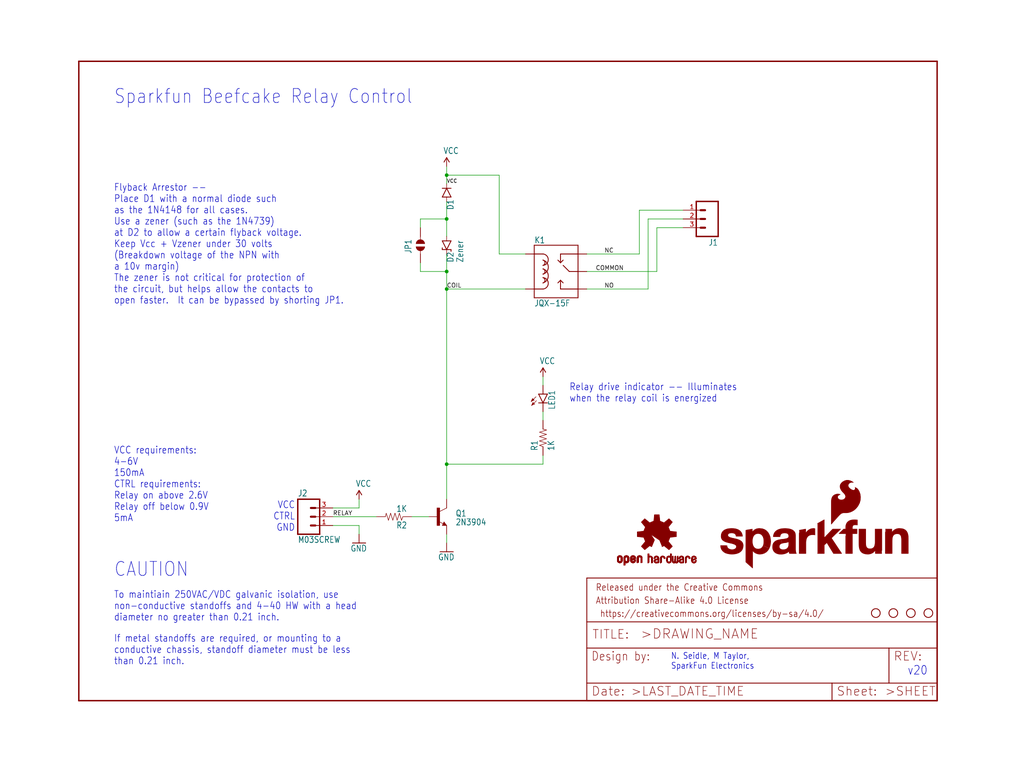
<source format=kicad_sch>
(kicad_sch (version 20211123) (generator eeschema)
  (paper "User" 297.002 223.926)
  (lib_symbols
    (symbol "eagleSchem-eagle-import:1KOHM-1{slash}4W-1%(PTH)HORIZ-KIT"
      (property "Reference" "R" (at -3.81 1.4986 0))
      (property "Value" "1KOHM-1{slash}4W-1%(PTH)HORIZ-KIT" (at -3.81 -3.302 0))
      (symbol "1KOHM-1{slash}4W-1%(PTH)HORIZ-KIT_1_0"
        (pin passive line (at -5.08 0 0) (length 2.54) (name "1") (number "P$1"))
        (pin passive line (at 5.08 0 180) (length 2.54) (name "2") (number "P$2"))
      )
    )
    (symbol "eagleSchem-eagle-import:DIODE-ZENER"
      (property "Reference" "D" (at 2.54 0.4826 0))
      (property "Value" "DIODE-ZENER" (at 2.54 -2.3114 0))
      (symbol "DIODE-ZENER_1_0"
        (pin passive line (at -2.54 0 0) (length 0) (name "A") (number "A"))
        (pin passive line (at 2.54 0 180) (length 0) (name "C") (number "C"))
      )
    )
    (symbol "eagleSchem-eagle-import:DIODEKIT"
      (property "Reference" "D" (at 2.54 0.4826 0))
      (property "Value" "DIODEKIT" (at 2.54 -2.3114 0))
      (symbol "DIODEKIT_1_0"
        (pin passive line (at -2.54 0 0) (length 0) (name "A") (number "A"))
        (pin passive line (at 2.54 0 180) (length 0) (name "C") (number "C"))
      )
    )
    (symbol "eagleSchem-eagle-import:FRAME-LETTER"
      (symbol "FRAME-LETTER_2_0"
        (text " https://creativecommons.org/licenses/by-sa/4.0/" (at 2.54 24.13 0) (effects (font (size 1.9304 1.6408)) (justify left bottom)))
        (text ">DRAWING_NAME" (at 15.494 17.78 0) (effects (font (size 2.7432 2.7432)) (justify left bottom)))
        (text ">LAST_DATE_TIME" (at 12.7 1.27 0) (effects (font (size 2.54 2.54)) (justify left bottom)))
        (text ">SHEET" (at 86.36 1.27 0) (effects (font (size 2.54 2.54)) (justify left bottom)))
        (text "Attribution Share-Alike 4.0 License" (at 2.54 27.94 0) (effects (font (size 1.9304 1.6408)) (justify left bottom)))
        (text "Date:" (at 1.27 1.27 0) (effects (font (size 2.54 2.54)) (justify left bottom)))
        (text "Design by:" (at 1.27 11.43 0) (effects (font (size 2.54 2.159)) (justify left bottom)))
        (text "Released under the Creative Commons" (at 2.54 31.75 0) (effects (font (size 1.9304 1.6408)) (justify left bottom)))
        (text "REV:" (at 88.9 11.43 0) (effects (font (size 2.54 2.54)) (justify left bottom)))
        (text "Sheet:" (at 72.39 1.27 0) (effects (font (size 2.54 2.54)) (justify left bottom)))
        (text "TITLE:" (at 1.524 17.78 0) (effects (font (size 2.54 2.54)) (justify left bottom)))
      )
    )
    (symbol "eagleSchem-eagle-import:GND" (power)
      (property "Value" "GND" (at -2.54 -2.54 0))
      (symbol "GND_1_0"
        (pin power_in line (at 0 2.54 270) (length 2.54) (name "GND") (number "1"))
      )
    )
    (symbol "eagleSchem-eagle-import:JUMPER-PAD-2-NOYES_SILK"
      (property "Reference" "JP" (at -2.54 2.54 0))
      (property "Value" "JUMPER-PAD-2-NOYES_SILK" (at -2.54 -5.08 0))
      (symbol "JUMPER-PAD-2-NOYES_SILK_1_0"
        (pin passive line (at -5.08 0 0) (length 2.54) (name "1") (number "1"))
        (pin passive line (at 5.08 0 180) (length 2.54) (name "2") (number "2"))
      )
    )
    (symbol "eagleSchem-eagle-import:LED5MM-KIT"
      (property "Reference" "D" (at 3.556 -4.572 90))
      (property "Value" "LED5MM-KIT" (at 5.715 -4.572 90))
      (symbol "LED5MM-KIT_1_0"
        (pin passive line (at 0 2.54 270) (length 2.54) (name "A") (number "A"))
        (pin passive line (at 0 -5.08 90) (length 2.54) (name "C") (number "K"))
      )
    )
    (symbol "eagleSchem-eagle-import:M03-SCREW-5MM"
      (property "Reference" "J" (at -2.54 5.842 0))
      (property "Value" "M03-SCREW-5MM" (at -2.54 -7.62 0))
      (symbol "M03-SCREW-5MM_1_0"
        (pin passive line (at 7.62 -2.54 180) (length 5.08) (name "1") (number "1"))
        (pin passive line (at 7.62 0 180) (length 5.08) (name "2") (number "2"))
        (pin passive line (at 7.62 2.54 180) (length 5.08) (name "3") (number "3"))
      )
    )
    (symbol "eagleSchem-eagle-import:M03SCREW"
      (property "Reference" "J" (at -2.54 5.842 0))
      (property "Value" "M03SCREW" (at -2.54 -7.62 0))
      (symbol "M03SCREW_1_0"
        (pin passive line (at 7.62 -2.54 180) (length 5.08) (name "1") (number "1"))
        (pin passive line (at 7.62 0 180) (length 5.08) (name "2") (number "2"))
        (pin passive line (at 7.62 2.54 180) (length 5.08) (name "3") (number "3"))
      )
    )
    (symbol "eagleSchem-eagle-import:OSHW-LOGOS")
    (symbol "eagleSchem-eagle-import:RELAYPTH5"
      (property "Value" "RELAYPTH5" (at -7.62 -10.16 0))
      (symbol "RELAYPTH5_1_0"
        (pin bidirectional line (at -10.16 5.08 0) (length 2.54) (name "COIL1") (number "COIL1"))
        (pin bidirectional line (at -10.16 -5.08 0) (length 2.54) (name "COIL2") (number "COIL2"))
        (pin bidirectional line (at 7.62 0 180) (length 2.54) (name "MAIN") (number "MAIN"))
        (pin bidirectional line (at 7.62 5.08 180) (length 2.54) (name "NC") (number "NC"))
        (pin bidirectional line (at 7.62 -5.08 180) (length 2.54) (name "NO") (number "NO"))
      )
    )
    (symbol "eagleSchem-eagle-import:SFE_LOGO_NAME_FLAME.1_INCH")
    (symbol "eagleSchem-eagle-import:STAND-OFF")
    (symbol "eagleSchem-eagle-import:TRANSISTOR_NPN2N3904-EZ"
      (property "Reference" "Q" (at 5.08 0 0))
      (property "Value" "TRANSISTOR_NPN2N3904-EZ" (at 5.08 -2.54 0))
      (symbol "TRANSISTOR_NPN2N3904-EZ_1_0"
        (pin passive line (at 2.54 -5.08 90) (length 2.54) (name "E") (number "1"))
        (pin passive line (at -2.54 0 0) (length 2.54) (name "B") (number "2"))
        (pin passive line (at 2.54 5.08 270) (length 2.54) (name "C") (number "3"))
      )
    )
    (symbol "eagleSchem-eagle-import:VCC" (power)
      (property "Value" "VCC" (at -1.016 3.556 0))
      (symbol "VCC_1_0"
        (pin power_in line (at 0 0 90) (length 2.54) (name "VCC") (number "1"))
      )
    )
  )
  (junction (at 129.54 83.82))
  (junction (at 129.54 134.62))
  (junction (at 129.54 63.5))
  (junction (at 129.54 78.74))
  (junction (at 129.54 50.8))
  (wire (pts (xy 96.52 147.32) (xy 104.14 147.32)))
  (wire (pts (xy 129.54 58.42) (xy 129.54 63.5)))
  (wire (pts (xy 185.42 73.66) (xy 185.42 60.96)))
  (wire (pts (xy 129.54 144.78) (xy 129.54 134.62)))
  (wire (pts (xy 129.54 157.48) (xy 129.54 154.94)))
  (wire (pts (xy 129.54 134.62) (xy 129.54 83.82)))
  (wire (pts (xy 129.54 73.66) (xy 129.54 78.74)))
  (wire (pts (xy 144.78 73.66) (xy 152.4 73.66)))
  (wire (pts (xy 129.54 78.74) (xy 121.92 78.74)))
  (wire (pts (xy 187.96 63.5) (xy 198.12 63.5)))
  (wire (pts (xy 129.54 134.62) (xy 157.48 134.62)))
  (wire (pts (xy 104.14 147.32) (xy 104.14 144.78)))
  (wire (pts (xy 187.96 83.82) (xy 187.96 63.5)))
  (wire (pts (xy 121.92 66.04) (xy 121.92 63.5)))
  (wire (pts (xy 170.18 73.66) (xy 185.42 73.66)))
  (wire (pts (xy 121.92 76.2) (xy 121.92 78.74)))
  (wire (pts (xy 190.5 66.04) (xy 198.12 66.04)))
  (wire (pts (xy 187.96 83.82) (xy 170.18 83.82)))
  (wire (pts (xy 104.14 152.4) (xy 104.14 154.94)))
  (wire (pts (xy 129.54 50.8) (xy 144.78 50.8)))
  (wire (pts (xy 129.54 83.82) (xy 129.54 78.74)))
  (wire (pts (xy 144.78 50.8) (xy 144.78 73.66)))
  (wire (pts (xy 129.54 63.5) (xy 121.92 63.5)))
  (wire (pts (xy 129.54 53.34) (xy 129.54 50.8)))
  (wire (pts (xy 96.52 152.4) (xy 104.14 152.4)))
  (wire (pts (xy 190.5 78.74) (xy 170.18 78.74)))
  (wire (pts (xy 190.5 78.74) (xy 190.5 66.04)))
  (wire (pts (xy 185.42 60.96) (xy 198.12 60.96)))
  (wire (pts (xy 109.22 149.86) (xy 96.52 149.86)))
  (wire (pts (xy 157.48 121.92) (xy 157.48 119.38)))
  (wire (pts (xy 157.48 134.62) (xy 157.48 132.08)))
  (wire (pts (xy 129.54 63.5) (xy 129.54 68.58)))
  (wire (pts (xy 129.54 50.8) (xy 129.54 48.26)))
  (wire (pts (xy 157.48 109.22) (xy 157.48 111.76)))
  (wire (pts (xy 129.54 83.82) (xy 152.4 83.82)))
  (wire (pts (xy 119.38 149.86) (xy 124.46 149.86)))
  (text "VCC requirements:\n4-6V\n150mA\nCTRL requirements:\nRelay on above 2.6V\nRelay off below 0.9V\n5mA" (at 33.02 129.54 0) (effects (font (size 2.032 1.7272)) (justify left top)))
  (text "Relay drive indicator -- Illuminates\nwhen the relay coil is energized" (at 165.1 116.84 0) (effects (font (size 2.032 1.7272)) (justify left bottom)))
  (text "VCC\nCTRL\nGND" (at 85.598 149.86 180) (effects (font (size 2.032 1.7272)) (justify right)))
  (text "Flyback Arrestor --\nPlace D1 with a normal diode such\nas the 1N4148 for all cases.\nUse a zener (such as the 1N4739)\nat D2 to allow a certain flyback voltage.\nKeep Vcc + Vzener under 30 volts\n(Breakdown voltage of the NPN with\na 10v margin)\nThe zener is not critical for protection of\nthe circuit, but helps allow the contacts to\nopen faster.  It can be bypassed by shorting JP1." (at 33.02 53.34 0) (effects (font (size 2.032 1.7272)) (justify left top)))
  (text "v20" (at 263.144 196.088 180) (effects (font (size 2.54 2.159)) (justify left bottom)))
  (text "N. Seidle, M Taylor,\nSparkFun Electronics" (at 194.564 194.31 180) (effects (font (size 1.778 1.5113)) (justify left bottom)))
  (text "Sparkfun Beefcake Relay Control" (at 33.02 30.48 180) (effects (font (size 4.064 3.4544)) (justify left bottom)))
  (text "If metal standoffs are required, or mounting to a\nconductive chassis, standoff diameter must be less\nthan 0.21 inch." (at 33.02 193.04 0) (effects (font (size 2.032 1.7272)) (justify left bottom)))
  (text "To maintiain 250VAC/VDC galvanic isolation, use\nnon-conductive standoffs and 4-40 HW with a head\ndiameter no greater than 0.21 inch." (at 33.02 180.34 0) (effects (font (size 2.032 1.7272)) (justify left bottom)))
  (text "CAUTION~{}" (at 33.02 167.64 180) (effects (font (size 4.064 3.4544)) (justify left bottom)))
  (label "NO" (at 175.26 83.82 0) (effects (font (size 1.2446 1.2446))))
  (label "COIL" (at 129.54 83.82 0) (effects (font (size 1.2446 1.2446))))
  (label "VCC" (at 129.54 53.34 0) (effects (font (size 1.016 1.016))))
  (label "NC" (at 175.26 73.66 0) (effects (font (size 1.2446 1.2446))))
  (label "RELAY" (at 96.52 149.86 0) (effects (font (size 1.2446 1.2446))))
  (label "COMMON" (at 172.72 78.74 0) (effects (font (size 1.2446 1.2446))))
  (symbol (lib_id "eagleSchem-eagle-import:GND") (at 104.14 157.48 0) (unit 1)
    (property "Reference" "#GND2" (effects hide))
    (property "Value" "GND" (at 101.6 160.02 0) (effects (font (size 1.778 1.5113)) (justify left bottom)))
    (property "Footprint" "eagleSchem:" (effects hide))
  )
  (symbol (lib_id "eagleSchem-eagle-import:1KOHM-1{slash}4W-1%(PTH)HORIZ-KIT") (at 114.3 149.86 180) (unit 1)
    (property "Reference" "R2" (at 118.11 151.3586 0) (effects (font (size 1.778 1.5113)) (justify left bottom)))
    (property "Value" "1K" (at 118.11 146.558 0) (effects (font (size 1.778 1.5113)) (justify left bottom)))
    (property "Footprint" "eagleSchem:AXIAL-0.3EZ" (effects hide))
  )
  (symbol (lib_id "eagleSchem-eagle-import:JUMPER-PAD-2-NOYES_SILK") (at 121.92 71.12 90) (unit 1)
    (property "Reference" "JP1" (at 119.38 73.66 0) (effects (font (size 1.778 1.5113)) (justify left bottom)))
    (property "Value" "JUMPER-PAD-2-NOYES_SILK" (effects hide))
    (property "Footprint" "eagleSchem:PAD-JUMPER-2-NO_YES_SILK" (effects hide))
  )
  (symbol (lib_id "eagleSchem-eagle-import:VCC") (at 129.54 48.26 0) (unit 1)
    (property "Reference" "#VCC0" (effects hide))
    (property "Value" "VCC" (at 128.524 44.704 0) (effects (font (size 1.778 1.5113)) (justify left bottom)))
    (property "Footprint" "eagleSchem:" (effects hide))
  )
  (symbol (lib_id "eagleSchem-eagle-import:GND") (at 129.54 160.02 0) (unit 1)
    (property "Reference" "#GND1" (effects hide))
    (property "Value" "GND" (at 127 162.56 0) (effects (font (size 1.778 1.5113)) (justify left bottom)))
    (property "Footprint" "eagleSchem:" (effects hide))
  )
  (symbol (lib_id "eagleSchem-eagle-import:LED5MM-KIT") (at 157.48 114.3 0) (unit 1)
    (property "Reference" "LED1" (at 161.036 118.872 90) (effects (font (size 1.778 1.5113)) (justify left bottom)))
    (property "Value" "LED5MM-KIT" (at 163.195 118.872 90) (effects (font (size 1.778 1.5113)) (justify left bottom)))
    (property "Footprint" "eagleSchem:LED5MM-KIT" (effects hide))
    (property "Value" "LED5MM-KIT" (effects hide))
  )
  (symbol (lib_id "eagleSchem-eagle-import:STAND-OFF") (at 254 177.8 0) (unit 1)
    (property "Reference" "U$7" (effects hide))
    (property "Value" "STAND-OFF" (effects hide))
    (property "Footprint" "eagleSchem:STAND-OFF" (effects hide))
  )
  (symbol (lib_id "eagleSchem-eagle-import:DIODEKIT") (at 129.54 55.88 90) (unit 1)
    (property "Reference" "D1" (at 131.5974 60.96 0) (effects (font (size 1.778 1.5113)) (justify left bottom)))
    (property "Value" "1N4148" (at 134.3914 60.96 0) (effects (font (size 1.778 1.5113)) (justify left bottom)))
    (property "Footprint" "eagleSchem:DIODE-1N4148-KIT" (effects hide))
    (property "Value" "1N4148" (effects hide))
  )
  (symbol (lib_id "eagleSchem-eagle-import:OSHW-LOGOS") (at 190.5 154.94 0) (unit 1)
    (property "Reference" "U$12" (effects hide))
    (property "Value" "OSHW-LOGOS" (effects hide))
    (property "Footprint" "eagleSchem:OSHW-LOGO-S" (effects hide))
  )
  (symbol (lib_id "eagleSchem-eagle-import:TRANSISTOR_NPN2N3904-EZ") (at 127 149.86 0) (unit 1)
    (property "Reference" "Q1" (at 132.08 149.86 0) (effects (font (size 1.778 1.5113)) (justify left bottom)))
    (property "Value" "2N3904" (at 132.08 152.4 0) (effects (font (size 1.778 1.5113)) (justify left bottom)))
    (property "Footprint" "eagleSchem:TO-92-EZ" (effects hide))
  )
  (symbol (lib_id "eagleSchem-eagle-import:STAND-OFF") (at 259.08 177.8 0) (unit 1)
    (property "Reference" "U$5" (effects hide))
    (property "Value" "STAND-OFF" (effects hide))
    (property "Footprint" "eagleSchem:STAND-OFF" (effects hide))
  )
  (symbol (lib_id "eagleSchem-eagle-import:STAND-OFF") (at 269.24 177.8 0) (unit 1)
    (property "Reference" "U$3" (effects hide))
    (property "Value" "STAND-OFF" (effects hide))
    (property "Footprint" "eagleSchem:STAND-OFF" (effects hide))
  )
  (symbol (lib_id "eagleSchem-eagle-import:1KOHM-1{slash}4W-1%(PTH)HORIZ-KIT") (at 157.48 127 90) (unit 1)
    (property "Reference" "R1" (at 155.9814 130.81 0) (effects (font (size 1.778 1.5113)) (justify left bottom)))
    (property "Value" "1K" (at 160.782 130.81 0) (effects (font (size 1.778 1.5113)) (justify left bottom)))
    (property "Footprint" "eagleSchem:AXIAL-0.3EZ" (effects hide))
  )
  (symbol (lib_id "eagleSchem-eagle-import:FRAME-LETTER") (at 22.86 203.2 0) (unit 1)
    (property "Reference" "FRAME2" (effects hide))
    (property "Value" "FRAME-LETTER" (effects hide))
    (property "Footprint" "eagleSchem:CREATIVE_COMMONS" (effects hide))
  )
  (symbol (lib_id "eagleSchem-eagle-import:RELAYPTH5") (at 162.56 78.74 0) (unit 1)
    (property "Reference" "K1" (at 154.94 70.612 0) (effects (font (size 1.778 1.5113)) (justify left bottom)))
    (property "Value" "JQX-15F" (at 154.94 88.9 0) (effects (font (size 1.778 1.5113)) (justify left bottom)))
    (property "Footprint" "eagleSchem:RELAY-T90" (effects hide))
  )
  (symbol (lib_id "eagleSchem-eagle-import:SFE_LOGO_NAME_FLAME.1_INCH") (at 208.28 165.1 0) (unit 1)
    (property "Reference" "LOGO1" (effects hide))
    (property "Value" "SFE_LOGO_NAME_FLAME.1_INCH" (effects hide))
    (property "Footprint" "eagleSchem:SFE_LOGO_NAME_FLAME_.1" (effects hide))
  )
  (symbol (lib_id "eagleSchem-eagle-import:DIODE-ZENER") (at 129.54 71.12 270) (unit 1)
    (property "Reference" "D2" (at 131.5974 76.2 0) (effects (font (size 1.778 1.5113)) (justify right top)))
    (property "Value" "Zener" (at 134.3914 76.2 0) (effects (font (size 1.778 1.5113)) (justify right top)))
    (property "Footprint" "eagleSchem:DIODE-1N4148-KIT" (effects hide))
  )
  (symbol (lib_id "eagleSchem-eagle-import:FRAME-LETTER") (at 170.18 203.2 0) (unit 2)
    (property "Reference" "FRAME2" (effects hide))
    (property "Value" "FRAME-LETTER" (effects hide))
    (property "Footprint" "eagleSchem:CREATIVE_COMMONS" (effects hide))
  )
  (symbol (lib_id "eagleSchem-eagle-import:STAND-OFF") (at 264.16 177.8 0) (unit 1)
    (property "Reference" "U$4" (effects hide))
    (property "Value" "STAND-OFF" (effects hide))
    (property "Footprint" "eagleSchem:STAND-OFF" (effects hide))
  )
  (symbol (lib_id "eagleSchem-eagle-import:VCC") (at 104.14 144.78 0) (unit 1)
    (property "Reference" "#U$8" (effects hide))
    (property "Value" "VCC" (at 103.124 141.224 0) (effects (font (size 1.778 1.5113)) (justify left bottom)))
    (property "Footprint" "eagleSchem:" (effects hide))
  )
  (symbol (lib_id "eagleSchem-eagle-import:M03SCREW") (at 88.9 149.86 0) (unit 1)
    (property "Reference" "J2" (at 86.36 144.018 0) (effects (font (size 1.778 1.5113)) (justify left bottom)))
    (property "Value" "M03SCREW" (at 86.36 157.48 0) (effects (font (size 1.778 1.5113)) (justify left bottom)))
    (property "Footprint" "eagleSchem:SCREWTERMINAL-3.5MM-3" (effects hide))
  )
  (symbol (lib_id "eagleSchem-eagle-import:VCC") (at 157.48 109.22 0) (unit 1)
    (property "Reference" "#U$10" (effects hide))
    (property "Value" "VCC" (at 156.464 105.664 0) (effects (font (size 1.778 1.5113)) (justify left bottom)))
    (property "Footprint" "eagleSchem:" (effects hide))
  )
  (symbol (lib_id "eagleSchem-eagle-import:M03-SCREW-5MM") (at 205.74 63.5 180) (unit 1)
    (property "Reference" "J1" (at 208.28 69.342 0) (effects (font (size 1.778 1.5113)) (justify left bottom)))
    (property "Value" "M03-SCREW-5MM" (at 208.28 55.88 0) (effects (font (size 1.778 1.5113)) (justify left bottom)))
    (property "Footprint" "eagleSchem:SCREWTERMINAL-5MM-3" (effects hide))
    (property "Value" "M03-SCREW-5MM" (effects hide))
  )
)
</source>
